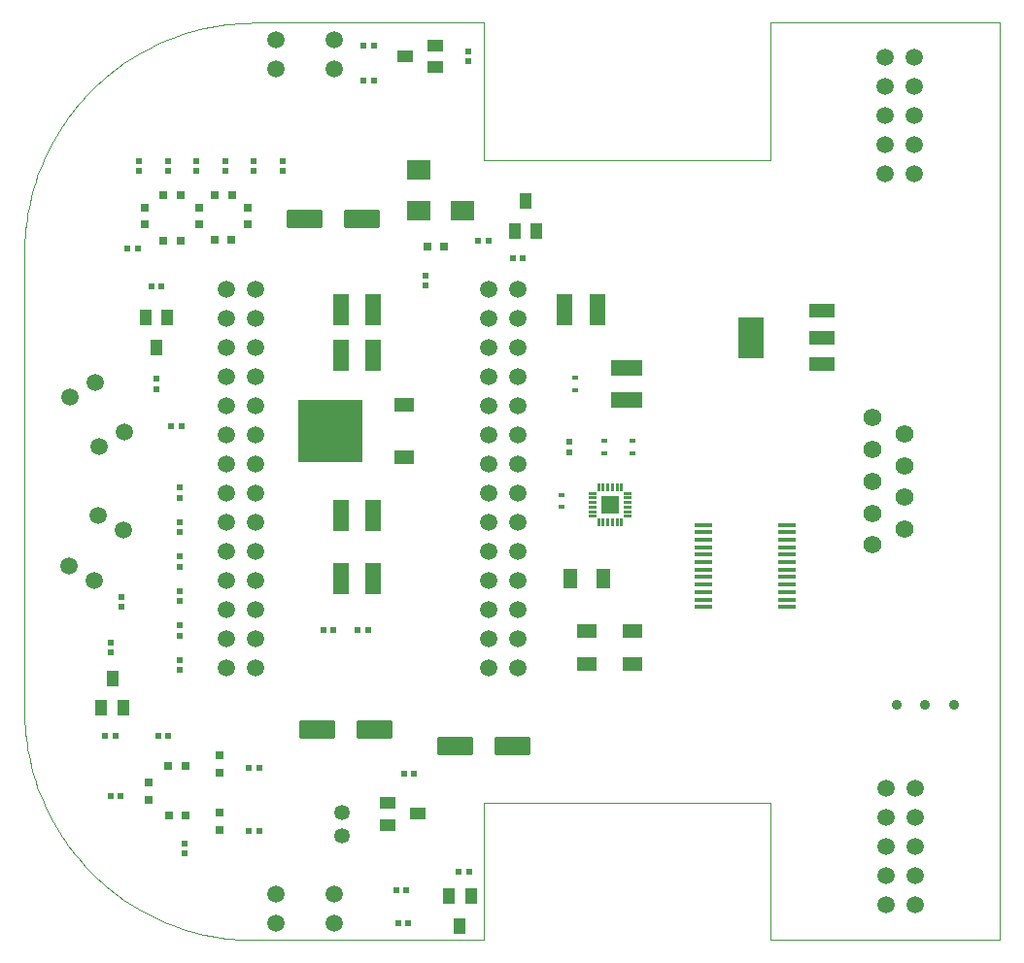
<source format=gts>
G75*
%MOIN*%
%OFA0B0*%
%FSLAX25Y25*%
%IPPOS*%
%LPD*%
%AMOC8*
5,1,8,0,0,1.08239X$1,22.5*
%
%ADD10C,0.00000*%
%ADD11R,0.22441X0.21654*%
%ADD12R,0.06693X0.05118*%
%ADD13C,0.05315*%
%ADD14R,0.05394X0.10709*%
%ADD15C,0.05906*%
%ADD16C,0.01555*%
%ADD17R,0.08268X0.06693*%
%ADD18R,0.03150X0.03150*%
%ADD19R,0.02008X0.02362*%
%ADD20R,0.02362X0.02008*%
%ADD21R,0.05906X0.01575*%
%ADD22R,0.08800X0.04800*%
%ADD23R,0.08661X0.14173*%
%ADD24R,0.10709X0.05394*%
%ADD25R,0.02362X0.01378*%
%ADD26C,0.03562*%
%ADD27R,0.05512X0.03937*%
%ADD28R,0.03937X0.05512*%
%ADD29R,0.07165X0.04724*%
%ADD30R,0.04724X0.07165*%
%ADD31C,0.00217*%
%ADD32R,0.06063X0.06063*%
%ADD33C,0.06201*%
D10*
X0105631Y0113505D02*
X0105631Y0270985D01*
X0105654Y0272888D01*
X0105723Y0274789D01*
X0105838Y0276689D01*
X0105999Y0278585D01*
X0106205Y0280476D01*
X0106457Y0282362D01*
X0106755Y0284241D01*
X0107098Y0286113D01*
X0107486Y0287976D01*
X0107919Y0289829D01*
X0108397Y0291671D01*
X0108919Y0293500D01*
X0109485Y0295317D01*
X0110095Y0297119D01*
X0110748Y0298907D01*
X0111444Y0300677D01*
X0112183Y0302431D01*
X0112964Y0304166D01*
X0113786Y0305882D01*
X0114650Y0307577D01*
X0115555Y0309251D01*
X0116500Y0310903D01*
X0117484Y0312531D01*
X0118507Y0314136D01*
X0119569Y0315714D01*
X0120669Y0317267D01*
X0121806Y0318793D01*
X0122979Y0320291D01*
X0124189Y0321760D01*
X0125433Y0323199D01*
X0126712Y0324608D01*
X0128025Y0325986D01*
X0129370Y0327331D01*
X0130748Y0328644D01*
X0132157Y0329923D01*
X0133596Y0331167D01*
X0135065Y0332377D01*
X0136563Y0333550D01*
X0138089Y0334687D01*
X0139642Y0335787D01*
X0141220Y0336849D01*
X0142825Y0337872D01*
X0144453Y0338856D01*
X0146105Y0339801D01*
X0147779Y0340706D01*
X0149474Y0341570D01*
X0151190Y0342392D01*
X0152925Y0343173D01*
X0154679Y0343912D01*
X0156449Y0344608D01*
X0158237Y0345261D01*
X0160039Y0345871D01*
X0161856Y0346437D01*
X0163685Y0346959D01*
X0165527Y0347437D01*
X0167380Y0347870D01*
X0169243Y0348258D01*
X0171115Y0348601D01*
X0172994Y0348899D01*
X0174880Y0349151D01*
X0176771Y0349357D01*
X0178667Y0349518D01*
X0180567Y0349633D01*
X0182468Y0349702D01*
X0184371Y0349725D01*
X0263111Y0349725D01*
X0263111Y0302481D01*
X0361536Y0302481D01*
X0361536Y0349725D01*
X0440276Y0349725D01*
X0440276Y0034765D01*
X0361536Y0034765D01*
X0361536Y0082009D01*
X0263111Y0082009D01*
X0263111Y0034765D01*
X0184371Y0034765D01*
X0182468Y0034788D01*
X0180567Y0034857D01*
X0178667Y0034972D01*
X0176771Y0035133D01*
X0174880Y0035339D01*
X0172994Y0035591D01*
X0171115Y0035889D01*
X0169243Y0036232D01*
X0167380Y0036620D01*
X0165527Y0037053D01*
X0163685Y0037531D01*
X0161856Y0038053D01*
X0160039Y0038619D01*
X0158237Y0039229D01*
X0156449Y0039882D01*
X0154679Y0040578D01*
X0152925Y0041317D01*
X0151190Y0042098D01*
X0149474Y0042920D01*
X0147779Y0043784D01*
X0146105Y0044689D01*
X0144453Y0045634D01*
X0142825Y0046618D01*
X0141220Y0047641D01*
X0139642Y0048703D01*
X0138089Y0049803D01*
X0136563Y0050940D01*
X0135065Y0052113D01*
X0133596Y0053323D01*
X0132157Y0054567D01*
X0130748Y0055846D01*
X0129370Y0057159D01*
X0128025Y0058504D01*
X0126712Y0059882D01*
X0125433Y0061291D01*
X0124189Y0062730D01*
X0122979Y0064199D01*
X0121806Y0065697D01*
X0120669Y0067223D01*
X0119569Y0068776D01*
X0118507Y0070354D01*
X0117484Y0071959D01*
X0116500Y0073587D01*
X0115555Y0075239D01*
X0114650Y0076913D01*
X0113786Y0078608D01*
X0112964Y0080324D01*
X0112183Y0082059D01*
X0111444Y0083813D01*
X0110748Y0085583D01*
X0110095Y0087371D01*
X0109485Y0089173D01*
X0108919Y0090990D01*
X0108397Y0092819D01*
X0107919Y0094661D01*
X0107486Y0096514D01*
X0107098Y0098377D01*
X0106755Y0100249D01*
X0106457Y0102128D01*
X0106205Y0104014D01*
X0105999Y0105905D01*
X0105838Y0107801D01*
X0105723Y0109701D01*
X0105654Y0111602D01*
X0105631Y0113505D01*
D11*
X0210670Y0209568D03*
D12*
X0236024Y0218564D03*
X0236024Y0200572D03*
D13*
X0214528Y0078505D03*
X0214528Y0070631D03*
D14*
X0214209Y0158780D03*
X0225398Y0158780D03*
X0225398Y0180434D03*
X0214209Y0180434D03*
X0214209Y0235552D03*
X0225398Y0235552D03*
X0225398Y0251300D03*
X0214209Y0251300D03*
X0290981Y0251300D03*
X0302170Y0251300D03*
D15*
X0274765Y0248229D03*
X0274765Y0258229D03*
X0264765Y0258229D03*
X0264765Y0248229D03*
X0264765Y0238229D03*
X0274765Y0238229D03*
X0274765Y0228229D03*
X0274765Y0218229D03*
X0264765Y0218229D03*
X0264765Y0228229D03*
X0264765Y0208229D03*
X0274765Y0208229D03*
X0274765Y0198229D03*
X0264765Y0198229D03*
X0264765Y0188229D03*
X0274765Y0188229D03*
X0274765Y0178229D03*
X0264765Y0178229D03*
X0264765Y0168229D03*
X0274765Y0168229D03*
X0274765Y0158229D03*
X0274765Y0148229D03*
X0264765Y0148229D03*
X0264765Y0158229D03*
X0264765Y0138229D03*
X0274765Y0138229D03*
X0274765Y0128229D03*
X0264765Y0128229D03*
X0184765Y0128229D03*
X0184765Y0138229D03*
X0174765Y0138229D03*
X0174765Y0128229D03*
X0174765Y0148229D03*
X0184765Y0148229D03*
X0184765Y0158229D03*
X0184765Y0168229D03*
X0174765Y0168229D03*
X0174765Y0158229D03*
X0174765Y0178229D03*
X0184765Y0178229D03*
X0184765Y0188229D03*
X0174765Y0188229D03*
X0174765Y0198229D03*
X0184765Y0198229D03*
X0184765Y0208229D03*
X0174765Y0208229D03*
X0174765Y0218229D03*
X0184765Y0218229D03*
X0184765Y0228229D03*
X0184765Y0238229D03*
X0174765Y0238229D03*
X0174765Y0228229D03*
X0174765Y0248229D03*
X0184765Y0248229D03*
X0184765Y0258229D03*
X0174765Y0258229D03*
X0129882Y0226376D03*
X0121221Y0221376D03*
X0131221Y0204056D03*
X0139882Y0209056D03*
X0131026Y0180513D03*
X0139686Y0175513D03*
X0129686Y0158192D03*
X0121026Y0163192D03*
X0191930Y0050670D03*
X0191930Y0040670D03*
X0211930Y0040670D03*
X0211930Y0050670D03*
X0401182Y0046851D03*
X0411182Y0046851D03*
X0411182Y0056851D03*
X0401182Y0056851D03*
X0401182Y0066851D03*
X0411182Y0066851D03*
X0411182Y0076851D03*
X0401182Y0076851D03*
X0401182Y0086851D03*
X0411182Y0086851D03*
X0410906Y0297914D03*
X0400906Y0297914D03*
X0400906Y0307914D03*
X0410906Y0307914D03*
X0410906Y0317914D03*
X0400906Y0317914D03*
X0400906Y0327914D03*
X0410906Y0327914D03*
X0410906Y0337914D03*
X0400906Y0337914D03*
X0211930Y0333820D03*
X0211930Y0343820D03*
X0191930Y0343820D03*
X0191930Y0333820D03*
D16*
X0196152Y0284735D02*
X0206842Y0284735D01*
X0206842Y0280069D01*
X0196152Y0280069D01*
X0196152Y0284735D01*
X0196152Y0281546D02*
X0206842Y0281546D01*
X0206842Y0283023D02*
X0196152Y0283023D01*
X0196152Y0284500D02*
X0206842Y0284500D01*
X0215837Y0284735D02*
X0226527Y0284735D01*
X0226527Y0280069D01*
X0215837Y0280069D01*
X0215837Y0284735D01*
X0215837Y0281546D02*
X0226527Y0281546D01*
X0226527Y0283023D02*
X0215837Y0283023D01*
X0215837Y0284500D02*
X0226527Y0284500D01*
X0230897Y0109539D02*
X0220207Y0109539D01*
X0230897Y0109539D02*
X0230897Y0104873D01*
X0220207Y0104873D01*
X0220207Y0109539D01*
X0220207Y0106350D02*
X0230897Y0106350D01*
X0230897Y0107827D02*
X0220207Y0107827D01*
X0220207Y0109304D02*
X0230897Y0109304D01*
X0247924Y0099361D02*
X0258614Y0099361D01*
X0247924Y0099361D02*
X0247924Y0104027D01*
X0258614Y0104027D01*
X0258614Y0099361D01*
X0258614Y0100838D02*
X0247924Y0100838D01*
X0247924Y0102315D02*
X0258614Y0102315D01*
X0258614Y0103792D02*
X0247924Y0103792D01*
X0267609Y0099361D02*
X0278299Y0099361D01*
X0267609Y0099361D02*
X0267609Y0104027D01*
X0278299Y0104027D01*
X0278299Y0099361D01*
X0278299Y0100838D02*
X0267609Y0100838D01*
X0267609Y0102315D02*
X0278299Y0102315D01*
X0278299Y0103792D02*
X0267609Y0103792D01*
X0211212Y0109539D02*
X0200522Y0109539D01*
X0211212Y0109539D02*
X0211212Y0104873D01*
X0200522Y0104873D01*
X0200522Y0109539D01*
X0200522Y0106350D02*
X0211212Y0106350D01*
X0211212Y0107827D02*
X0200522Y0107827D01*
X0200522Y0109304D02*
X0211212Y0109304D01*
D17*
X0241024Y0285276D03*
X0241024Y0299056D03*
X0255985Y0285276D03*
D18*
X0249725Y0272954D03*
X0243820Y0272954D03*
X0182402Y0280434D03*
X0182402Y0286339D03*
X0176891Y0290670D03*
X0170985Y0290670D03*
X0165473Y0286339D03*
X0165473Y0280434D03*
X0170828Y0275080D03*
X0176733Y0275080D03*
X0159174Y0274922D03*
X0153269Y0274922D03*
X0146969Y0280434D03*
X0146969Y0286339D03*
X0153269Y0290670D03*
X0159174Y0290670D03*
X0172560Y0098150D03*
X0172560Y0092245D03*
X0160946Y0094489D03*
X0155040Y0094489D03*
X0148269Y0088859D03*
X0148269Y0082954D03*
X0155119Y0077402D03*
X0161024Y0077402D03*
X0172560Y0078465D03*
X0172560Y0072560D03*
D19*
X0182619Y0072166D03*
X0186123Y0072166D03*
X0186123Y0093820D03*
X0182619Y0093820D03*
X0154981Y0104961D03*
X0151477Y0104961D03*
X0136871Y0104961D03*
X0133367Y0104961D03*
X0135257Y0084056D03*
X0138761Y0084056D03*
X0208209Y0141064D03*
X0211713Y0141064D03*
X0220020Y0141064D03*
X0223524Y0141064D03*
X0235769Y0091851D03*
X0239272Y0091851D03*
X0254627Y0058269D03*
X0258131Y0058269D03*
X0236635Y0051812D03*
X0233131Y0051812D03*
X0233800Y0040670D03*
X0237304Y0040670D03*
X0159548Y0211261D03*
X0156044Y0211261D03*
X0152658Y0259174D03*
X0149154Y0259174D03*
X0144509Y0272284D03*
X0141005Y0272284D03*
X0221989Y0330040D03*
X0225493Y0330040D03*
X0225493Y0341851D03*
X0221989Y0341851D03*
X0261359Y0274922D03*
X0264863Y0274922D03*
X0273170Y0269017D03*
X0276674Y0269017D03*
D20*
X0243426Y0262894D03*
X0243426Y0259391D03*
X0194213Y0298761D03*
X0194213Y0302265D03*
X0184371Y0302265D03*
X0184371Y0298761D03*
X0174528Y0298761D03*
X0174528Y0302265D03*
X0164686Y0302265D03*
X0164686Y0298761D03*
X0154843Y0298761D03*
X0154843Y0302265D03*
X0145001Y0302265D03*
X0145001Y0298761D03*
X0150906Y0227461D03*
X0150906Y0223957D03*
X0158780Y0190060D03*
X0158780Y0186556D03*
X0158780Y0178249D03*
X0158780Y0174745D03*
X0158780Y0166438D03*
X0158780Y0162934D03*
X0158780Y0154627D03*
X0158780Y0151123D03*
X0158780Y0142816D03*
X0158780Y0139312D03*
X0158780Y0131005D03*
X0158780Y0127501D03*
X0135158Y0133406D03*
X0135158Y0136910D03*
X0139095Y0149154D03*
X0139095Y0152658D03*
X0160670Y0068052D03*
X0160670Y0064548D03*
X0292639Y0202304D03*
X0292639Y0205808D03*
X0257875Y0336438D03*
X0257875Y0339942D03*
D21*
X0338603Y0177304D03*
X0338603Y0174745D03*
X0338603Y0172186D03*
X0338603Y0169627D03*
X0338603Y0167068D03*
X0338603Y0164509D03*
X0338603Y0161950D03*
X0338603Y0159391D03*
X0338603Y0156831D03*
X0338603Y0154272D03*
X0338603Y0151713D03*
X0338603Y0149154D03*
X0367146Y0149154D03*
X0367146Y0151713D03*
X0367146Y0154272D03*
X0367146Y0156831D03*
X0367146Y0159391D03*
X0367146Y0161950D03*
X0367146Y0164509D03*
X0367146Y0167068D03*
X0367146Y0169627D03*
X0367146Y0172186D03*
X0367146Y0174745D03*
X0367146Y0177304D03*
D22*
X0379209Y0232554D03*
X0379209Y0241654D03*
X0379209Y0250754D03*
D23*
X0354808Y0241654D03*
D24*
X0312324Y0231304D03*
X0312324Y0220115D03*
D25*
X0314292Y0206123D03*
X0314292Y0201989D03*
X0304450Y0201989D03*
X0304450Y0206123D03*
X0294607Y0223643D03*
X0294607Y0227776D03*
X0289804Y0187580D03*
X0289804Y0183446D03*
D26*
X0404843Y0115473D03*
X0414686Y0115473D03*
X0424528Y0115473D03*
D27*
X0240694Y0078072D03*
X0230410Y0081812D03*
X0230410Y0074331D03*
X0246442Y0334450D03*
X0246442Y0341930D03*
X0236158Y0338190D03*
D28*
X0277520Y0288568D03*
X0273780Y0278284D03*
X0281261Y0278284D03*
X0154646Y0248568D03*
X0147166Y0248568D03*
X0150906Y0238284D03*
X0135788Y0124709D03*
X0132048Y0114426D03*
X0139528Y0114426D03*
X0251300Y0049906D03*
X0258780Y0049906D03*
X0255040Y0039623D03*
D29*
X0298544Y0129410D03*
X0298544Y0140906D03*
X0314292Y0140906D03*
X0314292Y0129410D03*
D30*
X0304292Y0158780D03*
X0292796Y0158780D03*
D31*
X0302806Y0177136D02*
X0302806Y0179440D01*
X0302806Y0177136D02*
X0302156Y0177136D01*
X0302156Y0179440D01*
X0302806Y0179440D01*
X0302806Y0177342D02*
X0302156Y0177342D01*
X0302156Y0177548D02*
X0302806Y0177548D01*
X0302806Y0177754D02*
X0302156Y0177754D01*
X0302156Y0177960D02*
X0302806Y0177960D01*
X0302806Y0178166D02*
X0302156Y0178166D01*
X0302156Y0178372D02*
X0302806Y0178372D01*
X0302806Y0178578D02*
X0302156Y0178578D01*
X0302156Y0178784D02*
X0302806Y0178784D01*
X0302806Y0178990D02*
X0302156Y0178990D01*
X0302156Y0179196D02*
X0302806Y0179196D01*
X0302806Y0179402D02*
X0302156Y0179402D01*
X0301487Y0180109D02*
X0299183Y0180109D01*
X0299183Y0180759D01*
X0301487Y0180759D01*
X0301487Y0180109D01*
X0301487Y0180315D02*
X0299183Y0180315D01*
X0299183Y0180521D02*
X0301487Y0180521D01*
X0301487Y0180727D02*
X0299183Y0180727D01*
X0299183Y0181684D02*
X0301487Y0181684D01*
X0299183Y0181684D02*
X0299183Y0182334D01*
X0301487Y0182334D01*
X0301487Y0181684D01*
X0301487Y0181890D02*
X0299183Y0181890D01*
X0299183Y0182096D02*
X0301487Y0182096D01*
X0301487Y0182302D02*
X0299183Y0182302D01*
X0299183Y0183258D02*
X0301487Y0183258D01*
X0299183Y0183258D02*
X0299183Y0183908D01*
X0301487Y0183908D01*
X0301487Y0183258D01*
X0301487Y0183464D02*
X0299183Y0183464D01*
X0299183Y0183670D02*
X0301487Y0183670D01*
X0301487Y0183876D02*
X0299183Y0183876D01*
X0299183Y0184833D02*
X0301487Y0184833D01*
X0299183Y0184833D02*
X0299183Y0185483D01*
X0301487Y0185483D01*
X0301487Y0184833D01*
X0301487Y0185039D02*
X0299183Y0185039D01*
X0299183Y0185245D02*
X0301487Y0185245D01*
X0301487Y0185451D02*
X0299183Y0185451D01*
X0299183Y0186408D02*
X0301487Y0186408D01*
X0299183Y0186408D02*
X0299183Y0187058D01*
X0301487Y0187058D01*
X0301487Y0186408D01*
X0301487Y0186614D02*
X0299183Y0186614D01*
X0299183Y0186820D02*
X0301487Y0186820D01*
X0301487Y0187026D02*
X0299183Y0187026D01*
X0299183Y0187983D02*
X0301487Y0187983D01*
X0299183Y0187983D02*
X0299183Y0188633D01*
X0301487Y0188633D01*
X0301487Y0187983D01*
X0301487Y0188189D02*
X0299183Y0188189D01*
X0299183Y0188395D02*
X0301487Y0188395D01*
X0301487Y0188601D02*
X0299183Y0188601D01*
X0302156Y0189302D02*
X0302156Y0191606D01*
X0302806Y0191606D01*
X0302806Y0189302D01*
X0302156Y0189302D01*
X0302156Y0189508D02*
X0302806Y0189508D01*
X0302806Y0189714D02*
X0302156Y0189714D01*
X0302156Y0189920D02*
X0302806Y0189920D01*
X0302806Y0190126D02*
X0302156Y0190126D01*
X0302156Y0190332D02*
X0302806Y0190332D01*
X0302806Y0190538D02*
X0302156Y0190538D01*
X0302156Y0190744D02*
X0302806Y0190744D01*
X0302806Y0190950D02*
X0302156Y0190950D01*
X0302156Y0191156D02*
X0302806Y0191156D01*
X0302806Y0191362D02*
X0302156Y0191362D01*
X0302156Y0191568D02*
X0302806Y0191568D01*
X0303731Y0191606D02*
X0303731Y0189302D01*
X0303731Y0191606D02*
X0304381Y0191606D01*
X0304381Y0189302D01*
X0303731Y0189302D01*
X0303731Y0189508D02*
X0304381Y0189508D01*
X0304381Y0189714D02*
X0303731Y0189714D01*
X0303731Y0189920D02*
X0304381Y0189920D01*
X0304381Y0190126D02*
X0303731Y0190126D01*
X0303731Y0190332D02*
X0304381Y0190332D01*
X0304381Y0190538D02*
X0303731Y0190538D01*
X0303731Y0190744D02*
X0304381Y0190744D01*
X0304381Y0190950D02*
X0303731Y0190950D01*
X0303731Y0191156D02*
X0304381Y0191156D01*
X0304381Y0191362D02*
X0303731Y0191362D01*
X0303731Y0191568D02*
X0304381Y0191568D01*
X0305306Y0191606D02*
X0305306Y0189302D01*
X0305306Y0191606D02*
X0305956Y0191606D01*
X0305956Y0189302D01*
X0305306Y0189302D01*
X0305306Y0189508D02*
X0305956Y0189508D01*
X0305956Y0189714D02*
X0305306Y0189714D01*
X0305306Y0189920D02*
X0305956Y0189920D01*
X0305956Y0190126D02*
X0305306Y0190126D01*
X0305306Y0190332D02*
X0305956Y0190332D01*
X0305956Y0190538D02*
X0305306Y0190538D01*
X0305306Y0190744D02*
X0305956Y0190744D01*
X0305956Y0190950D02*
X0305306Y0190950D01*
X0305306Y0191156D02*
X0305956Y0191156D01*
X0305956Y0191362D02*
X0305306Y0191362D01*
X0305306Y0191568D02*
X0305956Y0191568D01*
X0306881Y0191606D02*
X0306881Y0189302D01*
X0306881Y0191606D02*
X0307531Y0191606D01*
X0307531Y0189302D01*
X0306881Y0189302D01*
X0306881Y0189508D02*
X0307531Y0189508D01*
X0307531Y0189714D02*
X0306881Y0189714D01*
X0306881Y0189920D02*
X0307531Y0189920D01*
X0307531Y0190126D02*
X0306881Y0190126D01*
X0306881Y0190332D02*
X0307531Y0190332D01*
X0307531Y0190538D02*
X0306881Y0190538D01*
X0306881Y0190744D02*
X0307531Y0190744D01*
X0307531Y0190950D02*
X0306881Y0190950D01*
X0306881Y0191156D02*
X0307531Y0191156D01*
X0307531Y0191362D02*
X0306881Y0191362D01*
X0306881Y0191568D02*
X0307531Y0191568D01*
X0308455Y0191606D02*
X0308455Y0189302D01*
X0308455Y0191606D02*
X0309105Y0191606D01*
X0309105Y0189302D01*
X0308455Y0189302D01*
X0308455Y0189508D02*
X0309105Y0189508D01*
X0309105Y0189714D02*
X0308455Y0189714D01*
X0308455Y0189920D02*
X0309105Y0189920D01*
X0309105Y0190126D02*
X0308455Y0190126D01*
X0308455Y0190332D02*
X0309105Y0190332D01*
X0309105Y0190538D02*
X0308455Y0190538D01*
X0308455Y0190744D02*
X0309105Y0190744D01*
X0309105Y0190950D02*
X0308455Y0190950D01*
X0308455Y0191156D02*
X0309105Y0191156D01*
X0309105Y0191362D02*
X0308455Y0191362D01*
X0308455Y0191568D02*
X0309105Y0191568D01*
X0310030Y0191606D02*
X0310030Y0189302D01*
X0310030Y0191606D02*
X0310680Y0191606D01*
X0310680Y0189302D01*
X0310030Y0189302D01*
X0310030Y0189508D02*
X0310680Y0189508D01*
X0310680Y0189714D02*
X0310030Y0189714D01*
X0310030Y0189920D02*
X0310680Y0189920D01*
X0310680Y0190126D02*
X0310030Y0190126D01*
X0310030Y0190332D02*
X0310680Y0190332D01*
X0310680Y0190538D02*
X0310030Y0190538D01*
X0310030Y0190744D02*
X0310680Y0190744D01*
X0310680Y0190950D02*
X0310030Y0190950D01*
X0310030Y0191156D02*
X0310680Y0191156D01*
X0310680Y0191362D02*
X0310030Y0191362D01*
X0310030Y0191568D02*
X0310680Y0191568D01*
X0311349Y0188633D02*
X0313653Y0188633D01*
X0313653Y0187983D01*
X0311349Y0187983D01*
X0311349Y0188633D01*
X0311349Y0188189D02*
X0313653Y0188189D01*
X0313653Y0188395D02*
X0311349Y0188395D01*
X0311349Y0188601D02*
X0313653Y0188601D01*
X0313653Y0187058D02*
X0311349Y0187058D01*
X0313653Y0187058D02*
X0313653Y0186408D01*
X0311349Y0186408D01*
X0311349Y0187058D01*
X0311349Y0186614D02*
X0313653Y0186614D01*
X0313653Y0186820D02*
X0311349Y0186820D01*
X0311349Y0187026D02*
X0313653Y0187026D01*
X0313653Y0185483D02*
X0311349Y0185483D01*
X0313653Y0185483D02*
X0313653Y0184833D01*
X0311349Y0184833D01*
X0311349Y0185483D01*
X0311349Y0185039D02*
X0313653Y0185039D01*
X0313653Y0185245D02*
X0311349Y0185245D01*
X0311349Y0185451D02*
X0313653Y0185451D01*
X0313653Y0183908D02*
X0311349Y0183908D01*
X0313653Y0183908D02*
X0313653Y0183258D01*
X0311349Y0183258D01*
X0311349Y0183908D01*
X0311349Y0183464D02*
X0313653Y0183464D01*
X0313653Y0183670D02*
X0311349Y0183670D01*
X0311349Y0183876D02*
X0313653Y0183876D01*
X0313653Y0182334D02*
X0311349Y0182334D01*
X0313653Y0182334D02*
X0313653Y0181684D01*
X0311349Y0181684D01*
X0311349Y0182334D01*
X0311349Y0181890D02*
X0313653Y0181890D01*
X0313653Y0182096D02*
X0311349Y0182096D01*
X0311349Y0182302D02*
X0313653Y0182302D01*
X0313653Y0180759D02*
X0311349Y0180759D01*
X0313653Y0180759D02*
X0313653Y0180109D01*
X0311349Y0180109D01*
X0311349Y0180759D01*
X0311349Y0180315D02*
X0313653Y0180315D01*
X0313653Y0180521D02*
X0311349Y0180521D01*
X0311349Y0180727D02*
X0313653Y0180727D01*
X0310680Y0179440D02*
X0310680Y0177136D01*
X0310030Y0177136D01*
X0310030Y0179440D01*
X0310680Y0179440D01*
X0310680Y0177342D02*
X0310030Y0177342D01*
X0310030Y0177548D02*
X0310680Y0177548D01*
X0310680Y0177754D02*
X0310030Y0177754D01*
X0310030Y0177960D02*
X0310680Y0177960D01*
X0310680Y0178166D02*
X0310030Y0178166D01*
X0310030Y0178372D02*
X0310680Y0178372D01*
X0310680Y0178578D02*
X0310030Y0178578D01*
X0310030Y0178784D02*
X0310680Y0178784D01*
X0310680Y0178990D02*
X0310030Y0178990D01*
X0310030Y0179196D02*
X0310680Y0179196D01*
X0310680Y0179402D02*
X0310030Y0179402D01*
X0309105Y0179440D02*
X0309105Y0177136D01*
X0308455Y0177136D01*
X0308455Y0179440D01*
X0309105Y0179440D01*
X0309105Y0177342D02*
X0308455Y0177342D01*
X0308455Y0177548D02*
X0309105Y0177548D01*
X0309105Y0177754D02*
X0308455Y0177754D01*
X0308455Y0177960D02*
X0309105Y0177960D01*
X0309105Y0178166D02*
X0308455Y0178166D01*
X0308455Y0178372D02*
X0309105Y0178372D01*
X0309105Y0178578D02*
X0308455Y0178578D01*
X0308455Y0178784D02*
X0309105Y0178784D01*
X0309105Y0178990D02*
X0308455Y0178990D01*
X0308455Y0179196D02*
X0309105Y0179196D01*
X0309105Y0179402D02*
X0308455Y0179402D01*
X0307531Y0179440D02*
X0307531Y0177136D01*
X0306881Y0177136D01*
X0306881Y0179440D01*
X0307531Y0179440D01*
X0307531Y0177342D02*
X0306881Y0177342D01*
X0306881Y0177548D02*
X0307531Y0177548D01*
X0307531Y0177754D02*
X0306881Y0177754D01*
X0306881Y0177960D02*
X0307531Y0177960D01*
X0307531Y0178166D02*
X0306881Y0178166D01*
X0306881Y0178372D02*
X0307531Y0178372D01*
X0307531Y0178578D02*
X0306881Y0178578D01*
X0306881Y0178784D02*
X0307531Y0178784D01*
X0307531Y0178990D02*
X0306881Y0178990D01*
X0306881Y0179196D02*
X0307531Y0179196D01*
X0307531Y0179402D02*
X0306881Y0179402D01*
X0305956Y0179440D02*
X0305956Y0177136D01*
X0305306Y0177136D01*
X0305306Y0179440D01*
X0305956Y0179440D01*
X0305956Y0177342D02*
X0305306Y0177342D01*
X0305306Y0177548D02*
X0305956Y0177548D01*
X0305956Y0177754D02*
X0305306Y0177754D01*
X0305306Y0177960D02*
X0305956Y0177960D01*
X0305956Y0178166D02*
X0305306Y0178166D01*
X0305306Y0178372D02*
X0305956Y0178372D01*
X0305956Y0178578D02*
X0305306Y0178578D01*
X0305306Y0178784D02*
X0305956Y0178784D01*
X0305956Y0178990D02*
X0305306Y0178990D01*
X0305306Y0179196D02*
X0305956Y0179196D01*
X0305956Y0179402D02*
X0305306Y0179402D01*
X0304381Y0179440D02*
X0304381Y0177136D01*
X0303731Y0177136D01*
X0303731Y0179440D01*
X0304381Y0179440D01*
X0304381Y0177342D02*
X0303731Y0177342D01*
X0303731Y0177548D02*
X0304381Y0177548D01*
X0304381Y0177754D02*
X0303731Y0177754D01*
X0303731Y0177960D02*
X0304381Y0177960D01*
X0304381Y0178166D02*
X0303731Y0178166D01*
X0303731Y0178372D02*
X0304381Y0178372D01*
X0304381Y0178578D02*
X0303731Y0178578D01*
X0303731Y0178784D02*
X0304381Y0178784D01*
X0304381Y0178990D02*
X0303731Y0178990D01*
X0303731Y0179196D02*
X0304381Y0179196D01*
X0304381Y0179402D02*
X0303731Y0179402D01*
D32*
X0306733Y0184371D03*
D33*
X0396576Y0181339D03*
X0396576Y0192245D03*
X0396576Y0203150D03*
X0396576Y0214056D03*
X0407757Y0208603D03*
X0407757Y0197698D03*
X0407757Y0186792D03*
X0407757Y0175887D03*
X0396576Y0170434D03*
M02*

</source>
